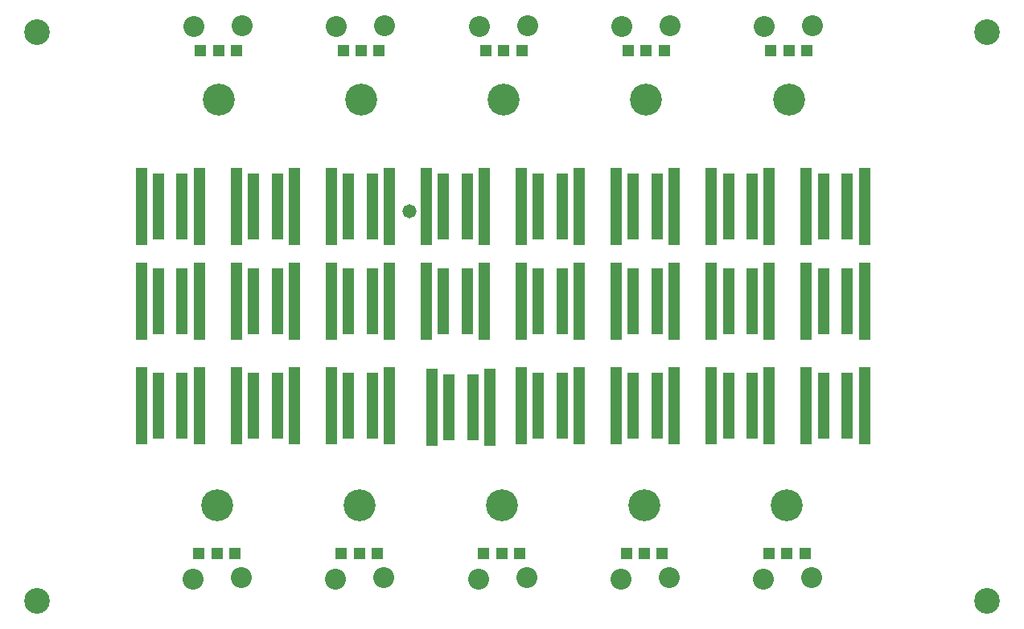
<source format=gbs>
G04*
G04 #@! TF.GenerationSoftware,Altium Limited,Altium Designer,20.2.6 (244)*
G04*
G04 Layer_Color=16711935*
%FSLAX25Y25*%
%MOIN*%
G70*
G04*
G04 #@! TF.SameCoordinates,11CC61BE-19D2-43F9-9D8E-D9C9F4F45A32*
G04*
G04*
G04 #@! TF.FilePolarity,Negative*
G04*
G01*
G75*
%ADD20C,0.13202*%
%ADD21R,0.04737X0.04737*%
%ADD22C,0.08674*%
%ADD23C,0.05800*%
%ADD24C,0.10642*%
%ADD30R,0.04900X0.27600*%
%ADD32R,0.05100X0.32300*%
D20*
X449213Y346063D02*
D03*
X390158D02*
D03*
X331102D02*
D03*
X272047D02*
D03*
X212992D02*
D03*
X212205Y177559D02*
D03*
X271260D02*
D03*
X330315D02*
D03*
X389370D02*
D03*
X448425D02*
D03*
D21*
X441732Y366142D02*
D03*
X449213D02*
D03*
X456693D02*
D03*
X382677D02*
D03*
X390158D02*
D03*
X397638D02*
D03*
X323622D02*
D03*
X331102D02*
D03*
X338583D02*
D03*
X264567D02*
D03*
X272047D02*
D03*
X279528D02*
D03*
X212992D02*
D03*
X220472D02*
D03*
X205512D02*
D03*
X322835Y157480D02*
D03*
X204724D02*
D03*
X212205D02*
D03*
X219685D02*
D03*
X263779D02*
D03*
X271260D02*
D03*
X278740D02*
D03*
X330315D02*
D03*
X337795D02*
D03*
X381890D02*
D03*
X389370D02*
D03*
X396850D02*
D03*
X440945D02*
D03*
X448425D02*
D03*
X455905D02*
D03*
D22*
X458976Y376673D02*
D03*
X438976Y376142D02*
D03*
X399921Y376673D02*
D03*
X379921Y376142D02*
D03*
X340866Y376673D02*
D03*
X320866Y376142D02*
D03*
X281811Y376673D02*
D03*
X261811Y376142D02*
D03*
X222756Y376673D02*
D03*
X202756Y376142D02*
D03*
X222441Y147480D02*
D03*
X202441Y146949D02*
D03*
X281496Y147480D02*
D03*
X261496Y146949D02*
D03*
X340551Y147480D02*
D03*
X320551Y146949D02*
D03*
X399606Y147480D02*
D03*
X379606Y146949D02*
D03*
X458661Y147480D02*
D03*
X438661Y146949D02*
D03*
D23*
X292126Y299606D02*
D03*
D24*
X137795Y137795D02*
D03*
X531496D02*
D03*
Y374016D02*
D03*
X137795D02*
D03*
D30*
X394685Y262244D02*
D03*
X384842D02*
D03*
X394685Y218937D02*
D03*
X384842D02*
D03*
X276575Y262244D02*
D03*
X266732D02*
D03*
X276575Y218937D02*
D03*
X266732D02*
D03*
X237205D02*
D03*
X227362D02*
D03*
X315945Y262244D02*
D03*
X306102D02*
D03*
X315945Y301614D02*
D03*
X306102D02*
D03*
X276575D02*
D03*
X266732D02*
D03*
X237205D02*
D03*
X227362D02*
D03*
X197835Y218937D02*
D03*
X187992D02*
D03*
X237205Y262244D02*
D03*
X227362D02*
D03*
X434055Y218937D02*
D03*
X424213D02*
D03*
X434055Y262244D02*
D03*
X424213D02*
D03*
X473425Y218937D02*
D03*
X463583D02*
D03*
X394685Y301614D02*
D03*
X384842D02*
D03*
X355315D02*
D03*
X345472D02*
D03*
X473425Y262244D02*
D03*
X463583D02*
D03*
X473425Y301614D02*
D03*
X463583D02*
D03*
X434055D02*
D03*
X424213D02*
D03*
X197835Y262244D02*
D03*
X187992D02*
D03*
X197835Y301614D02*
D03*
X187992D02*
D03*
X355315Y262244D02*
D03*
X345472D02*
D03*
X318321Y218226D02*
D03*
X308478D02*
D03*
X345472Y218937D02*
D03*
X355315D02*
D03*
D32*
X377736Y262244D02*
D03*
X401791D02*
D03*
X377736Y218937D02*
D03*
X401791D02*
D03*
X259626Y262244D02*
D03*
X283681D02*
D03*
X259626Y218937D02*
D03*
X283681D02*
D03*
X220256D02*
D03*
X244311D02*
D03*
X298996Y262244D02*
D03*
X323051D02*
D03*
X298996Y301614D02*
D03*
X323051D02*
D03*
X259626D02*
D03*
X283681D02*
D03*
X220256D02*
D03*
X244311D02*
D03*
X180886Y218937D02*
D03*
X204941D02*
D03*
X220256Y262244D02*
D03*
X244311D02*
D03*
X417106Y218937D02*
D03*
X441161D02*
D03*
X417106Y262244D02*
D03*
X441161D02*
D03*
X456476Y218937D02*
D03*
X480532D02*
D03*
X377736Y301614D02*
D03*
X401791D02*
D03*
X338366D02*
D03*
X362421D02*
D03*
X456476Y262244D02*
D03*
X480532D02*
D03*
X456476Y301614D02*
D03*
X480532D02*
D03*
X417106D02*
D03*
X441161D02*
D03*
X180886Y262244D02*
D03*
X204941D02*
D03*
X180886Y301614D02*
D03*
X204941D02*
D03*
X338366Y262244D02*
D03*
X362421D02*
D03*
X301372Y218226D02*
D03*
X325427D02*
D03*
X362421Y218937D02*
D03*
X338366D02*
D03*
M02*

</source>
